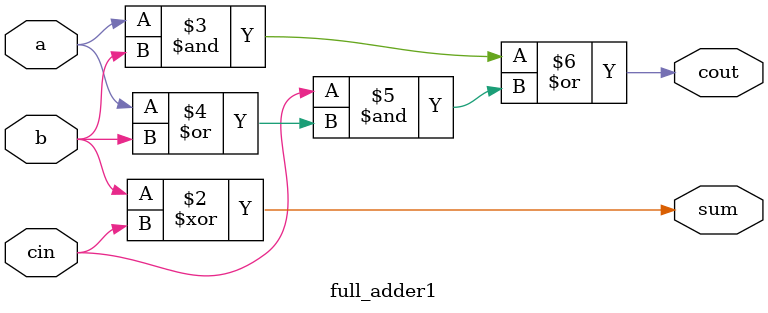
<source format=v>
module full_adder1(a,b,cin,sum,cout);
input a,b,cin;
output sum,cout;
assign sum = 1'b0^b^cin;
assign cout = a&b|cin&(a|b); 
// initial begin
//     $display("The incorrect adder with xor0 having in1/0");
// end   
endmodule

</source>
